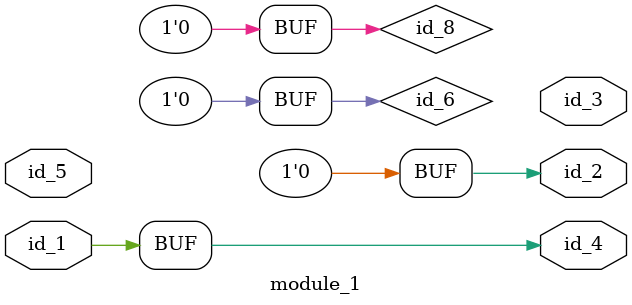
<source format=v>
module module_0;
  wire id_1, id_2, id_3, id_4, id_5;
endmodule
module module_1 (
    id_1,
    id_2,
    id_3,
    id_4,
    id_5
);
  input wire id_5;
  output wire id_4;
  output wire id_3;
  output wire id_2;
  input wire id_1;
  always id_4 <= id_1;
  wor id_6;
  wire id_7;
  supply0 id_8;
  localparam id_9 = 1;
  assign id_8 = {1, id_9[1], id_5, 1, 1, id_6};
  assign id_2 = id_6;
  parameter id_10 = -1;
  wire id_11;
  wire id_12;
  module_0 modCall_1 ();
  wire id_13, id_14;
endmodule

</source>
